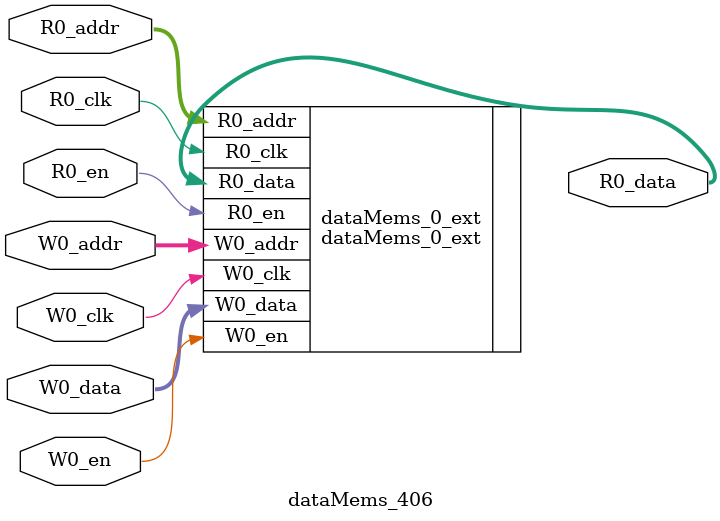
<source format=sv>
`ifndef RANDOMIZE
  `ifdef RANDOMIZE_REG_INIT
    `define RANDOMIZE
  `endif // RANDOMIZE_REG_INIT
`endif // not def RANDOMIZE
`ifndef RANDOMIZE
  `ifdef RANDOMIZE_MEM_INIT
    `define RANDOMIZE
  `endif // RANDOMIZE_MEM_INIT
`endif // not def RANDOMIZE

`ifndef RANDOM
  `define RANDOM $random
`endif // not def RANDOM

// Users can define 'PRINTF_COND' to add an extra gate to prints.
`ifndef PRINTF_COND_
  `ifdef PRINTF_COND
    `define PRINTF_COND_ (`PRINTF_COND)
  `else  // PRINTF_COND
    `define PRINTF_COND_ 1
  `endif // PRINTF_COND
`endif // not def PRINTF_COND_

// Users can define 'ASSERT_VERBOSE_COND' to add an extra gate to assert error printing.
`ifndef ASSERT_VERBOSE_COND_
  `ifdef ASSERT_VERBOSE_COND
    `define ASSERT_VERBOSE_COND_ (`ASSERT_VERBOSE_COND)
  `else  // ASSERT_VERBOSE_COND
    `define ASSERT_VERBOSE_COND_ 1
  `endif // ASSERT_VERBOSE_COND
`endif // not def ASSERT_VERBOSE_COND_

// Users can define 'STOP_COND' to add an extra gate to stop conditions.
`ifndef STOP_COND_
  `ifdef STOP_COND
    `define STOP_COND_ (`STOP_COND)
  `else  // STOP_COND
    `define STOP_COND_ 1
  `endif // STOP_COND
`endif // not def STOP_COND_

// Users can define INIT_RANDOM as general code that gets injected into the
// initializer block for modules with registers.
`ifndef INIT_RANDOM
  `define INIT_RANDOM
`endif // not def INIT_RANDOM

// If using random initialization, you can also define RANDOMIZE_DELAY to
// customize the delay used, otherwise 0.002 is used.
`ifndef RANDOMIZE_DELAY
  `define RANDOMIZE_DELAY 0.002
`endif // not def RANDOMIZE_DELAY

// Define INIT_RANDOM_PROLOG_ for use in our modules below.
`ifndef INIT_RANDOM_PROLOG_
  `ifdef RANDOMIZE
    `ifdef VERILATOR
      `define INIT_RANDOM_PROLOG_ `INIT_RANDOM
    `else  // VERILATOR
      `define INIT_RANDOM_PROLOG_ `INIT_RANDOM #`RANDOMIZE_DELAY begin end
    `endif // VERILATOR
  `else  // RANDOMIZE
    `define INIT_RANDOM_PROLOG_
  `endif // RANDOMIZE
`endif // not def INIT_RANDOM_PROLOG_

// Include register initializers in init blocks unless synthesis is set
`ifndef SYNTHESIS
  `ifndef ENABLE_INITIAL_REG_
    `define ENABLE_INITIAL_REG_
  `endif // not def ENABLE_INITIAL_REG_
`endif // not def SYNTHESIS

// Include rmemory initializers in init blocks unless synthesis is set
`ifndef SYNTHESIS
  `ifndef ENABLE_INITIAL_MEM_
    `define ENABLE_INITIAL_MEM_
  `endif // not def ENABLE_INITIAL_MEM_
`endif // not def SYNTHESIS

module dataMems_406(	// @[generators/ara/src/main/scala/UnsafeAXI4ToTL.scala:365:62]
  input  [4:0]  R0_addr,
  input         R0_en,
  input         R0_clk,
  output [66:0] R0_data,
  input  [4:0]  W0_addr,
  input         W0_en,
  input         W0_clk,
  input  [66:0] W0_data
);

  dataMems_0_ext dataMems_0_ext (	// @[generators/ara/src/main/scala/UnsafeAXI4ToTL.scala:365:62]
    .R0_addr (R0_addr),
    .R0_en   (R0_en),
    .R0_clk  (R0_clk),
    .R0_data (R0_data),
    .W0_addr (W0_addr),
    .W0_en   (W0_en),
    .W0_clk  (W0_clk),
    .W0_data (W0_data)
  );
endmodule


</source>
